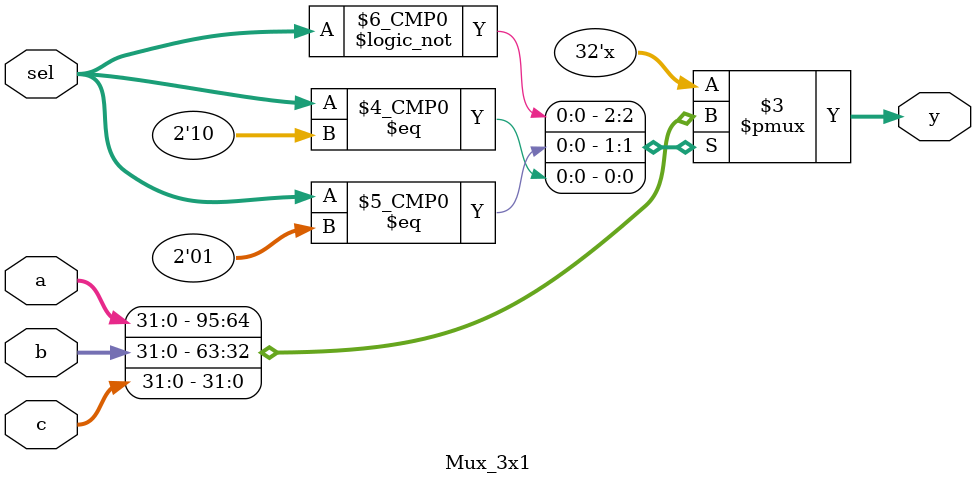
<source format=v>
`timescale 1ns / 1ps


module Mux_3x1(sel, a, b, c, y);
    parameter bitwidth=32;
    input   [1:0] sel;
    input   [bitwidth-1:0] a, b, c;
    output  [bitwidth-1:0] y;
    reg     [bitwidth-1:0] y;

    always @(sel or a or b or c)
    begin
        case (sel)
            2'b00 : y = a;
            2'b01 : y = b;
            2'b10 : y = c;
        endcase
    end
endmodule

</source>
